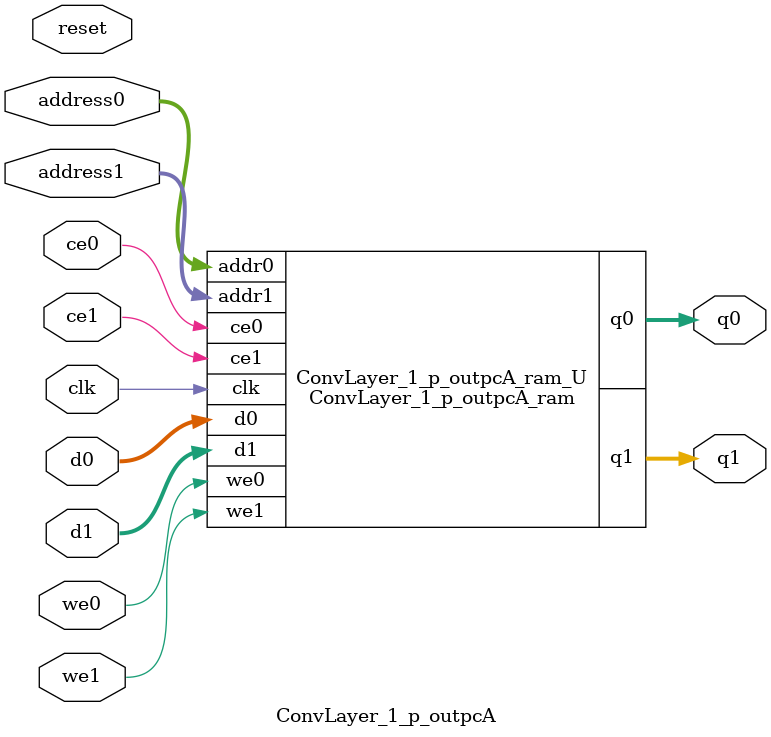
<source format=v>

`timescale 1 ns / 1 ps
module ConvLayer_1_p_outpcA_ram (addr0, ce0, d0, we0, q0, addr1, ce1, d1, we1, q1,  clk);

parameter DWIDTH = 32;
parameter AWIDTH = 10;
parameter MEM_SIZE = 576;

input[AWIDTH-1:0] addr0;
input ce0;
input[DWIDTH-1:0] d0;
input we0;
output reg[DWIDTH-1:0] q0;
input[AWIDTH-1:0] addr1;
input ce1;
input[DWIDTH-1:0] d1;
input we1;
output reg[DWIDTH-1:0] q1;
input clk;

(* ram_style = "block" *)reg [DWIDTH-1:0] ram[0:MEM_SIZE-1];




always @(posedge clk)  
begin 
    if (ce0) 
    begin
        if (we0) 
        begin 
            ram[addr0] <= d0; 
            q0 <= d0;
        end 
        else 
            q0 <= ram[addr0];
    end
end


always @(posedge clk)  
begin 
    if (ce1) 
    begin
        if (we1) 
        begin 
            ram[addr1] <= d1; 
            q1 <= d1;
        end 
        else 
            q1 <= ram[addr1];
    end
end


endmodule


`timescale 1 ns / 1 ps
module ConvLayer_1_p_outpcA(
    reset,
    clk,
    address0,
    ce0,
    we0,
    d0,
    q0,
    address1,
    ce1,
    we1,
    d1,
    q1);

parameter DataWidth = 32'd32;
parameter AddressRange = 32'd576;
parameter AddressWidth = 32'd10;
input reset;
input clk;
input[AddressWidth - 1:0] address0;
input ce0;
input we0;
input[DataWidth - 1:0] d0;
output[DataWidth - 1:0] q0;
input[AddressWidth - 1:0] address1;
input ce1;
input we1;
input[DataWidth - 1:0] d1;
output[DataWidth - 1:0] q1;



ConvLayer_1_p_outpcA_ram ConvLayer_1_p_outpcA_ram_U(
    .clk( clk ),
    .addr0( address0 ),
    .ce0( ce0 ),
    .we0( we0 ),
    .d0( d0 ),
    .q0( q0 ),
    .addr1( address1 ),
    .ce1( ce1 ),
    .we1( we1 ),
    .d1( d1 ),
    .q1( q1 ));

endmodule


</source>
